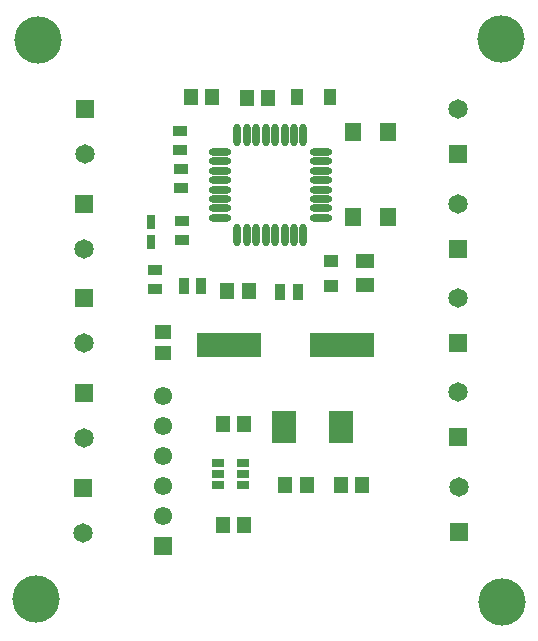
<source format=gbr>
G04*
G04 #@! TF.GenerationSoftware,Altium Limited,Altium Designer,23.3.1 (30)*
G04*
G04 Layer_Color=255*
%FSLAX25Y25*%
%MOIN*%
G70*
G04*
G04 #@! TF.SameCoordinates,9E9A1B20-5B00-4279-B210-449FD35A5861*
G04*
G04*
G04 #@! TF.FilePolarity,Positive*
G04*
G01*
G75*
%ADD17R,0.04528X0.05709*%
%ADD18O,0.02362X0.07677*%
%ADD19R,0.04969X0.03367*%
%ADD20O,0.07677X0.02362*%
%ADD21R,0.03740X0.05315*%
%ADD22R,0.05709X0.04528*%
%ADD23R,0.03937X0.02756*%
%ADD24R,0.08465X0.10630*%
%ADD25R,0.21654X0.07874*%
%ADD26R,0.02756X0.04724*%
%ADD27R,0.05512X0.06299*%
%ADD28R,0.03937X0.05512*%
%ADD29R,0.05118X0.04331*%
%ADD30R,0.06102X0.04921*%
%ADD55C,0.06496*%
%ADD56R,0.06496X0.06496*%
%ADD57C,0.15748*%
%ADD58R,0.06102X0.06102*%
%ADD59C,0.06102*%
D17*
X181106Y147869D02*
D03*
X188192D02*
D03*
X201913Y161290D02*
D03*
X209000D02*
D03*
X182601Y226013D02*
D03*
X189688D02*
D03*
X181125Y181731D02*
D03*
X188212D02*
D03*
X220490Y161319D02*
D03*
X227576D02*
D03*
X189132Y290239D02*
D03*
X196219D02*
D03*
X170341Y290515D02*
D03*
X177428D02*
D03*
D18*
X189073Y278093D02*
D03*
X185923D02*
D03*
X192223D02*
D03*
X195372D02*
D03*
X198522D02*
D03*
X201671D02*
D03*
X204821D02*
D03*
X207971D02*
D03*
Y244629D02*
D03*
X204821D02*
D03*
X201671D02*
D03*
X198522D02*
D03*
X195372D02*
D03*
X192223D02*
D03*
X189073D02*
D03*
X185923D02*
D03*
D19*
X167038Y260163D02*
D03*
X158488Y233082D02*
D03*
Y226582D02*
D03*
X167436Y242959D02*
D03*
Y249458D02*
D03*
X167038Y266663D02*
D03*
X166969Y279319D02*
D03*
Y272819D02*
D03*
D20*
X180215Y272385D02*
D03*
Y250337D02*
D03*
Y253487D02*
D03*
Y256637D02*
D03*
Y259786D02*
D03*
Y262936D02*
D03*
Y266085D02*
D03*
Y269235D02*
D03*
X213679Y272385D02*
D03*
Y269235D02*
D03*
Y266085D02*
D03*
Y262936D02*
D03*
Y259786D02*
D03*
Y256637D02*
D03*
Y253487D02*
D03*
Y250337D02*
D03*
D21*
X206164Y225636D02*
D03*
X200258D02*
D03*
X173915Y227628D02*
D03*
X168009D02*
D03*
D22*
X161034Y205268D02*
D03*
Y212354D02*
D03*
D23*
X179341Y168782D02*
D03*
Y165042D02*
D03*
Y161302D02*
D03*
X187995D02*
D03*
Y165042D02*
D03*
Y168782D02*
D03*
D24*
X220394Y180544D02*
D03*
X201497D02*
D03*
D25*
X220701Y208000D02*
D03*
X183299D02*
D03*
D26*
X157300Y242380D02*
D03*
Y249073D02*
D03*
D27*
X236218Y250740D02*
D03*
Y279086D02*
D03*
X224407Y250740D02*
D03*
Y279086D02*
D03*
D28*
X216823Y290645D02*
D03*
X205799D02*
D03*
D29*
X217230Y227754D02*
D03*
Y236022D02*
D03*
D30*
X228469Y228028D02*
D03*
Y236099D02*
D03*
D55*
X134910Y240101D02*
D03*
X259602Y192213D02*
D03*
X134855Y208625D02*
D03*
X134874Y176955D02*
D03*
X259639Y223522D02*
D03*
X259503Y286800D02*
D03*
Y255098D02*
D03*
X259691Y160723D02*
D03*
X135066Y271644D02*
D03*
X134598Y145386D02*
D03*
D56*
X135066Y286644D02*
D03*
X259602Y177213D02*
D03*
X134855Y223625D02*
D03*
X134874Y191955D02*
D03*
X259639Y208522D02*
D03*
X259503Y271800D02*
D03*
Y240098D02*
D03*
X259691Y145723D02*
D03*
X134910Y255101D02*
D03*
X134598Y160386D02*
D03*
D57*
X118975Y123223D02*
D03*
X274005Y122283D02*
D03*
X119387Y309595D02*
D03*
X273759Y310090D02*
D03*
D58*
X161294Y140997D02*
D03*
D59*
Y150996D02*
D03*
Y160996D02*
D03*
Y170996D02*
D03*
Y180997D02*
D03*
Y190997D02*
D03*
M02*

</source>
